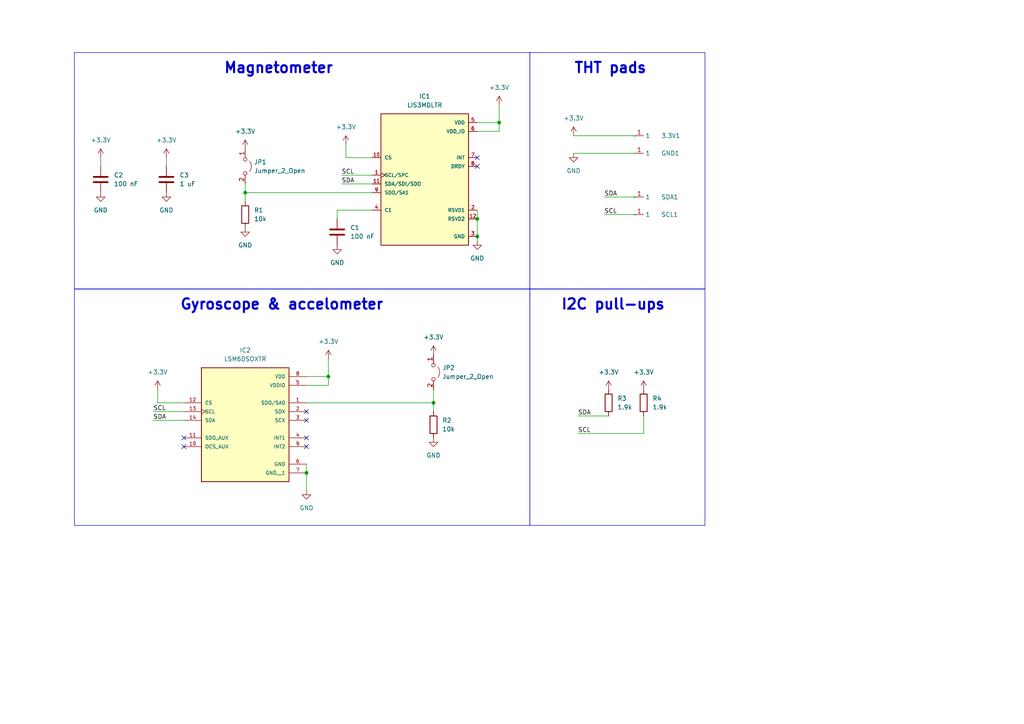
<source format=kicad_sch>
(kicad_sch (version 20230121) (generator eeschema)
  (paper "A4")
  (lib_symbols
    (symbol "Device:C" (pin_numbers hide) (pin_names (offset 0.254))
      (property "Reference" "C" (at 0.635 2.54 0))
      (property "Value" "C" (at 0.635 -2.54 0))
      (symbol "C_0_1"
        (polyline (pts (xy -2.032 -0.762) (xy 2.032 -0.762)) (stroke (width 0.508)))
        (polyline (pts (xy -2.032 0.762) (xy 2.032 0.762)) (stroke (width 0.508)))
      )
      (symbol "C_1_1"
        (pin passive line (at 0 3.81 270) (length 2.794) (name "~") (number "1"))
        (pin passive line (at 0 -3.81 90) (length 2.794) (name "~") (number "2"))
      )
    )
    (symbol "Device:R" (pin_numbers hide) (pin_names (offset 0))
      (property "Reference" "R" (at 2.032 0 90))
      (property "Value" "R" (at 0 0 90))
      (symbol "R_0_1"
        (rectangle (start -1.016 -2.54) (end 1.016 2.54) (stroke (width 0.254)))
      )
      (symbol "R_1_1"
        (pin passive line (at 0 3.81 270) (length 1.27) (name "~") (number "1"))
        (pin passive line (at 0 -3.81 90) (length 1.27) (name "~") (number "2"))
      )
    )
    (symbol "Jumper:Jumper_2_Open" (pin_names (offset 0) hide)
      (property "Reference" "JP" (at 0 2.794 0))
      (property "Value" "Jumper_2_Open" (at 0 -2.286 0))
      (symbol "Jumper_2_Open_0_0"
        (circle (center -2.032 0) (radius 0.508))
        (circle (center 2.032 0) (radius 0.508))
      )
      (symbol "Jumper_2_Open_0_1"
        (arc (start 1.524 1.27) (mid 0 1.778) (end -1.524 1.27))
      )
      (symbol "Jumper_2_Open_1_1"
        (pin passive line (at -5.08 0 0) (length 2.54) (name "A") (number "1"))
        (pin passive line (at 5.08 0 180) (length 2.54) (name "B") (number "2"))
      )
    )
    (symbol "MasterThesis_library:LIS3MDLTR" (pin_names (offset 1.016))
      (property "Reference" "IC" (at -12.7065 18.2947 0))
      (property "Value" "LIS3MDLTR" (at -12.7188 -22.8826 0))
      (symbol "LIS3MDLTR_0_0"
        (rectangle (start -12.7 -20.32) (end 12.7 17.78) (stroke (width 0.254)) (fill (type background)))
        (pin input clock (at -15.24 0 0) (length 2.54) (name "SCL/SPC") (number "1"))
        (pin input line (at -15.24 5.08 0) (length 2.54) (name "CS") (number "10"))
        (pin bidirectional line (at -15.24 -2.54 0) (length 2.54) (name "SDA/SDI/SDO") (number "11"))
        (pin passive line (at 15.24 -12.7 180) (length 2.54) (name "RSVD2") (number "12"))
        (pin passive line (at 15.24 -10.16 180) (length 2.54) (name "RSVD1") (number "2"))
        (pin power_in line (at 15.24 -17.78 180) (length 2.54) (name "GND") (number "3"))
        (pin passive line (at -15.24 -10.16 0) (length 2.54) (name "C1") (number "4"))
        (pin power_in line (at 15.24 15.24 180) (length 2.54) (name "VDD") (number "5"))
        (pin power_in line (at 15.24 12.7 180) (length 2.54) (name "VDD_IO") (number "6"))
        (pin output line (at 15.24 5.08 180) (length 2.54) (name "INT") (number "7"))
        (pin output line (at 15.24 2.54 180) (length 2.54) (name "DRDY") (number "8"))
        (pin bidirectional line (at -15.24 -5.08 0) (length 2.54) (name "SDO/SA1") (number "9"))
      )
    )
    (symbol "MasterThesis_library:LSM6DSOXTR" (pin_names (offset 1.016))
      (property "Reference" "IC" (at -12.7 16.002 0))
      (property "Value" "LSM6DSOXTR" (at -12.7 -20.32 0))
      (symbol "LSM6DSOXTR_0_0"
        (rectangle (start -12.7 -17.78) (end 12.7 15.24) (stroke (width 0.254)) (fill (type background)))
        (pin bidirectional line (at 17.78 5.08 180) (length 5.08) (name "SDO/SA0") (number "1"))
        (pin bidirectional line (at -17.78 -7.62 0) (length 5.08) (name "OCS_AUX") (number "10"))
        (pin bidirectional line (at -17.78 -5.08 0) (length 5.08) (name "SDO_AUX") (number "11"))
        (pin input line (at -17.78 5.08 0) (length 5.08) (name "CS") (number "12"))
        (pin input clock (at -17.78 2.54 0) (length 5.08) (name "SCL") (number "13"))
        (pin bidirectional line (at -17.78 0 0) (length 5.08) (name "SDA") (number "14"))
        (pin bidirectional line (at 17.78 2.54 180) (length 5.08) (name "SDX") (number "2"))
        (pin bidirectional line (at 17.78 0 180) (length 5.08) (name "SCX") (number "3"))
        (pin output line (at 17.78 -5.08 180) (length 5.08) (name "INT1") (number "4"))
        (pin power_in line (at 17.78 10.16 180) (length 5.08) (name "VDDIO") (number "5"))
        (pin power_in line (at 17.78 -12.7 180) (length 5.08) (name "GND") (number "6"))
        (pin power_in line (at 17.78 -15.24 180) (length 5.08) (name "GND__1") (number "7"))
        (pin power_in line (at 17.78 12.7 180) (length 5.08) (name "VDD") (number "8"))
        (pin output line (at 17.78 -7.62 180) (length 5.08) (name "INT2") (number "9"))
      )
    )
    (symbol "MasterThesis_library:THT"
      (property "Reference" "U" (at 0 3.81 0))
      (symbol "THT_1_1"
        (pin bidirectional line (at 0 0 0) (length 2.54) (name "1") (number "1"))
      )
    )
    (symbol "power:+3.3V" (power) (pin_names (offset 0))
      (property "Value" "+3.3V" (at 0 3.556 0))
      (symbol "+3.3V_0_1"
        (polyline (pts (xy -0.762 1.27) (xy 0 2.54)))
        (polyline (pts (xy 0 0) (xy 0 2.54)))
        (polyline (pts (xy 0 2.54) (xy 0.762 1.27)))
      )
      (symbol "+3.3V_1_1"
        (pin power_in line (at 0 0 90) (length 0) hide (name "+3.3V") (number "1"))
      )
    )
    (symbol "power:GND" (power) (pin_names (offset 0))
      (property "Value" "GND" (at 0 -3.81 0))
      (symbol "GND_0_1"
        (polyline (pts (xy 0 0) (xy 0 -1.27) (xy 1.27 -1.27) (xy 0 -2.54) (xy -1.27 -1.27) (xy 0 -1.27)))
      )
      (symbol "GND_1_1"
        (pin power_in line (at 0 0 270) (length 0) hide (name "GND") (number "1"))
      )
    )
  )
  (junction (at 95.25 109.22))
  (junction (at 138.43 68.58))
  (junction (at 71.12 55.88))
  (junction (at 88.9 137.16))
  (junction (at 125.73 116.84))
  (junction (at 138.43 63.5))
  (junction (at 144.78 35.56))
  (no_connect (at 88.9 119.38))
  (no_connect (at 88.9 129.54))
  (no_connect (at 138.43 48.26))
  (no_connect (at 88.9 121.92))
  (no_connect (at 53.34 127))
  (no_connect (at 138.43 45.72))
  (no_connect (at 88.9 127))
  (no_connect (at 53.34 129.54))
  (wire (pts (xy 186.69 125.73) (xy 186.69 120.65)))
  (wire (pts (xy 95.25 109.22) (xy 95.25 111.76)))
  (wire (pts (xy 95.25 109.22) (xy 88.9 109.22)))
  (wire (pts (xy 71.12 53.34) (xy 71.12 55.88)))
  (wire (pts (xy 144.78 35.56) (xy 138.43 35.56)))
  (wire (pts (xy 71.12 58.42) (xy 71.12 55.88)))
  (wire (pts (xy 29.21 48.26) (xy 29.21 45.72)))
  (wire (pts (xy 138.43 60.96) (xy 138.43 63.5)))
  (wire (pts (xy 144.78 35.56) (xy 144.78 38.1)))
  (wire (pts (xy 175.26 62.23) (xy 184.15 62.23)))
  (wire (pts (xy 125.73 113.03) (xy 125.73 116.84)))
  (wire (pts (xy 71.12 55.88) (xy 107.95 55.88)))
  (wire (pts (xy 100.33 45.72) (xy 107.95 45.72)))
  (wire (pts (xy 125.73 116.84) (xy 88.9 116.84)))
  (wire (pts (xy 44.45 119.38) (xy 53.34 119.38)))
  (wire (pts (xy 100.33 41.91) (xy 100.33 45.72)))
  (wire (pts (xy 88.9 134.62) (xy 88.9 137.16)))
  (wire (pts (xy 167.64 125.73) (xy 186.69 125.73)))
  (wire (pts (xy 138.43 69.85) (xy 138.43 68.58)))
  (wire (pts (xy 166.37 39.37) (xy 184.15 39.37)))
  (wire (pts (xy 99.06 53.34) (xy 107.95 53.34)))
  (wire (pts (xy 167.64 120.65) (xy 176.53 120.65)))
  (wire (pts (xy 48.26 48.26) (xy 48.26 45.72)))
  (wire (pts (xy 88.9 137.16) (xy 88.9 142.24)))
  (wire (pts (xy 95.25 104.14) (xy 95.25 109.22)))
  (wire (pts (xy 45.72 113.03) (xy 45.72 116.84)))
  (wire (pts (xy 138.43 38.1) (xy 144.78 38.1)))
  (wire (pts (xy 125.73 119.38) (xy 125.73 116.84)))
  (wire (pts (xy 44.45 121.92) (xy 53.34 121.92)))
  (wire (pts (xy 166.37 44.45) (xy 184.15 44.45)))
  (wire (pts (xy 144.78 30.48) (xy 144.78 35.56)))
  (wire (pts (xy 97.79 63.5) (xy 97.79 60.96)))
  (wire (pts (xy 138.43 63.5) (xy 138.43 68.58)))
  (wire (pts (xy 99.06 50.8) (xy 107.95 50.8)))
  (wire (pts (xy 175.26 57.15) (xy 184.15 57.15)))
  (wire (pts (xy 97.79 60.96) (xy 107.95 60.96)))
  (wire (pts (xy 88.9 111.76) (xy 95.25 111.76)))
  (wire (pts (xy 45.72 116.84) (xy 53.34 116.84)))
  (rectangle (start 153.67 83.82) (end 204.47 152.4))
  (rectangle (start 21.59 83.82) (end 153.67 152.4))
  (rectangle (start 153.67 15.24) (end 204.47 83.82))
  (rectangle (start 21.59 15.24) (end 153.67 83.82))
  (text "THT pads" (at 166.37 21.59 0) (effects (font (size 3 3) (thickness 0.6) bold) (justify left bottom)))
  (text "I2C pull-ups" (at 162.56 90.17 0) (effects (font (size 3 3) (thickness 0.6) bold) (justify left bottom)))
  (text "Gyroscope & accelometer" (at 52.07 90.17 0) (effects (font (size 3 3) (thickness 0.6) bold) (justify left bottom)))
  (text "Magnetometer" (at 64.77 21.59 0) (effects (font (size 3 3) (thickness 0.6) bold) (justify left bottom)))
  (label "SDA" (at 167.64 120.65 0))
  (label "SDA" (at 175.26 57.15 0))
  (label "SCL" (at 167.64 125.73 0))
  (label "SDA" (at 99.06 53.34 0))
  (label "SCL" (at 44.45 119.38 0))
  (label "SDA" (at 44.45 121.92 0))
  (label "SCL" (at 99.06 50.8 0))
  (label "SCL" (at 175.26 62.23 0))
  (symbol (lib_id "power:GND") (at 97.79 71.12 0) (unit 1)
    (property "Reference" "#PWR011" (effects hide))
    (property "Value" "GND" (at 97.79 76.2 0))
  )
  (symbol (lib_id "power:+3.3V") (at 71.12 43.18 0) (unit 1)
    (property "Reference" "#PWR04" (effects hide))
    (property "Value" "+3.3V" (at 71.12 38.1 0))
  )
  (symbol (lib_id "MasterThesis_library:THT") (at 184.15 44.45 0) (unit 1)
    (property "Reference" "GND1" (at 191.77 44.45 0) (effects (justify left)))
    (property "Value" "~" (at 184.15 44.45 0))
    (property "Footprint" "MasterThesis_library:THT_Small" (effects hide))
  )
  (symbol (lib_id "power:GND") (at 138.43 69.85 0) (unit 1)
    (property "Reference" "#PWR06" (effects hide))
    (property "Value" "GND" (at 138.43 74.93 0))
  )
  (symbol (lib_id "Jumper:Jumper_2_Open") (at 125.73 107.95 270) (unit 1)
    (property "Reference" "JP2" (at 128.27 106.68 90) (effects (justify left)))
    (property "Value" "Jumper_2_Open" (at 128.27 109.22 90) (effects (justify left)))
    (property "Footprint" "Jumper:SolderJumper-2_P1.3mm_Open_Pad1.0x1.5mm" (effects hide))
  )
  (symbol (lib_id "power:+3.3V") (at 125.73 102.87 0) (unit 1)
    (property "Reference" "#PWR07" (effects hide))
    (property "Value" "+3.3V" (at 125.73 97.79 0))
  )
  (symbol (lib_id "power:GND") (at 71.12 66.04 0) (unit 1)
    (property "Reference" "#PWR05" (effects hide))
    (property "Value" "GND" (at 71.12 71.12 0))
  )
  (symbol (lib_id "power:GND") (at 166.37 44.45 0) (unit 1)
    (property "Reference" "#PWR03" (effects hide))
    (property "Value" "GND" (at 166.37 49.53 0))
  )
  (symbol (lib_id "Device:C") (at 97.79 67.31 0) (unit 1)
    (property "Reference" "C1" (at 101.6 66.04 0) (effects (justify left)))
    (property "Value" "100 nF" (at 101.6 68.58 0) (effects (justify left)))
    (property "Footprint" "Capacitor_SMD:C_0402_1005Metric_Pad0.74x0.62mm_HandSolder" (effects hide))
    (property "LCSC" "C60474" (effects hide))
  )
  (symbol (lib_id "MasterThesis_library:THT") (at 184.15 57.15 0) (unit 1)
    (property "Reference" "SDA1" (at 191.77 57.15 0) (effects (justify left)))
    (property "Value" "~" (at 184.15 57.15 0))
    (property "Footprint" "MasterThesis_library:THT_Small" (effects hide))
  )
  (symbol (lib_id "power:+3.3V") (at 95.25 104.14 0) (unit 1)
    (property "Reference" "#PWR08" (effects hide))
    (property "Value" "+3.3V" (at 95.25 99.06 0))
  )
  (symbol (lib_id "MasterThesis_library:THT") (at 184.15 39.37 0) (unit 1)
    (property "Reference" "3.3V1" (at 191.77 39.37 0) (effects (justify left)))
    (property "Value" "~" (at 184.15 39.37 0))
    (property "Footprint" "MasterThesis_library:THT_Small" (effects hide))
  )
  (symbol (lib_id "power:+3.3V") (at 144.78 30.48 0) (unit 1)
    (property "Reference" "#PWR01" (effects hide))
    (property "Value" "+3.3V" (at 144.78 25.4 0))
  )
  (symbol (lib_id "power:GND") (at 88.9 142.24 0) (unit 1)
    (property "Reference" "#PWR010" (effects hide))
    (property "Value" "GND" (at 88.9 147.32 0))
  )
  (symbol (lib_id "power:+3.3V") (at 48.26 45.72 0) (unit 1)
    (property "Reference" "#PWR016" (effects hide))
    (property "Value" "+3.3V" (at 48.26 40.64 0))
  )
  (symbol (lib_id "power:GND") (at 48.26 55.88 0) (unit 1)
    (property "Reference" "#PWR017" (effects hide))
    (property "Value" "GND" (at 48.26 60.96 0))
  )
  (symbol (lib_id "power:+3.3V") (at 176.53 113.03 0) (unit 1)
    (property "Reference" "#PWR018" (effects hide))
    (property "Value" "+3.3V" (at 176.53 107.95 0))
  )
  (symbol (lib_id "Device:C") (at 48.26 52.07 0) (unit 1)
    (property "Reference" "C3" (at 52.07 50.8 0) (effects (justify left)))
    (property "Value" "1 uF" (at 52.07 53.34 0) (effects (justify left)))
    (property "Footprint" "Capacitor_SMD:C_0402_1005Metric_Pad0.74x0.62mm_HandSolder" (effects hide))
    (property "LCSC" "C15684" (effects hide))
  )
  (symbol (lib_id "power:+3.3V") (at 29.21 45.72 0) (unit 1)
    (property "Reference" "#PWR015" (effects hide))
    (property "Value" "+3.3V" (at 29.21 40.64 0))
  )
  (symbol (lib_id "power:+3.3V") (at 166.37 39.37 0) (unit 1)
    (property "Reference" "#PWR02" (effects hide))
    (property "Value" "+3.3V" (at 166.37 34.29 0))
  )
  (symbol (lib_id "Jumper:Jumper_2_Open") (at 71.12 48.26 270) (unit 1)
    (property "Reference" "JP1" (at 73.66 46.99 90) (effects (justify left)))
    (property "Value" "Jumper_2_Open" (at 73.66 49.53 90) (effects (justify left)))
    (property "Footprint" "Jumper:SolderJumper-2_P1.3mm_Open_Pad1.0x1.5mm" (effects hide))
  )
  (symbol (lib_id "Device:R") (at 186.69 116.84 0) (unit 1)
    (property "Reference" "R4" (at 189.23 115.57 0) (effects (justify left)))
    (property "Value" "1.9k" (at 189.23 118.11 0) (effects (justify left)))
    (property "Footprint" "Resistor_SMD:R_0402_1005Metric_Pad0.72x0.64mm_HandSolder" (effects hide))
    (property "LCSC" "C60490" (effects hide))
  )
  (symbol (lib_id "Device:C") (at 29.21 52.07 0) (unit 1)
    (property "Reference" "C2" (at 33.02 50.8 0) (effects (justify left)))
    (property "Value" "100 nF" (at 33.02 53.34 0) (effects (justify left)))
    (property "Footprint" "Capacitor_SMD:C_0402_1005Metric_Pad0.74x0.62mm_HandSolder" (effects hide))
    (property "LCSC" "C60474" (effects hide))
  )
  (symbol (lib_id "Device:R") (at 71.12 62.23 0) (unit 1)
    (property "Reference" "R1" (at 73.66 60.96 0) (effects (justify left)))
    (property "Value" "10k" (at 73.66 63.5 0) (effects (justify left)))
    (property "Footprint" "Resistor_SMD:R_0402_1005Metric_Pad0.72x0.64mm_HandSolder" (effects hide))
    (property "LCSC" "C60490" (effects hide))
  )
  (symbol (lib_id "MasterThesis_library:LSM6DSOXTR") (at 71.12 121.92 0) (unit 1)
    (property "Reference" "IC2" (at 71.12 101.6 0))
    (property "Value" "LSM6DSOXTR" (at 71.12 104.14 0))
    (property "Footprint" "MasterThesis_library:LSM6DSOXTR" (effects hide))
    (property "PARTREV" "3.0" (effects hide))
    (property "MANUFACTURER" "ST Microelectronics" (effects hide))
    (property "STANDARD" "IPC7351B" (effects hide))
    (property "LCSC" "C481766" (effects hide))
  )
  (symbol (lib_id "Device:R") (at 176.53 116.84 0) (unit 1)
    (property "Reference" "R3" (at 179.07 115.57 0) (effects (justify left)))
    (property "Value" "1.9k" (at 179.07 118.11 0) (effects (justify left)))
    (property "Footprint" "Resistor_SMD:R_0402_1005Metric_Pad0.72x0.64mm_HandSolder" (effects hide))
    (property "LCSC" "C60490" (effects hide))
  )
  (symbol (lib_id "MasterThesis_library:LIS3MDLTR") (at 123.19 50.8 0) (unit 1)
    (property "Reference" "IC1" (at 123.19 27.94 0))
    (property "Value" "LIS3MDLTR" (at 123.19 30.48 0))
    (property "Footprint" "MasterThesis_library:LIS3MDLTR" (effects hide))
    (property "MF" "STMicroelectronics" (effects hide))
    (property "DESCRIPTION" "LIS3MDL Series 3 Axis ±2/±8/±12/±16 g 3.6V High Performance Magnetometer LGA-12" (effects hide))
    (property "PACKAGE" "VFLGA-12 STMicroelectronics" (effects hide))
    (property "PRICE" "None" (effects hide))
    (property "STANDARD" "Manufacturer Recommendation" (effects hide))
    (property "PARTREV" "6" (effects hide))
    (property "MP" "LIS3MDLTR" (effects hide))
    (property "AVAILABILITY" "Unavailable" (effects hide))
    (property "MAXIMUM_PACKAGE_HEIGHT" "1mm" (effects hide))
    (property "LCSC" "C478483" (effects hide))
  )
  (symbol (lib_id "power:+3.3V") (at 186.69 113.03 0) (unit 1)
    (property "Reference" "#PWR019" (effects hide))
    (property "Value" "+3.3V" (at 186.69 107.95 0))
  )
  (symbol (lib_id "MasterThesis_library:THT") (at 184.15 62.23 0) (unit 1)
    (property "Reference" "SCL1" (at 191.77 62.23 0) (effects (justify left)))
    (property "Value" "~" (at 184.15 62.23 0))
    (property "Footprint" "MasterThesis_library:THT_Small" (effects hide))
  )
  (symbol (lib_id "power:+3.3V") (at 100.33 41.91 0) (unit 1)
    (property "Reference" "#PWR013" (effects hide))
    (property "Value" "+3.3V" (at 100.33 36.83 0))
  )
  (symbol (lib_id "power:+3.3V") (at 45.72 113.03 0) (unit 1)
    (property "Reference" "#PWR012" (effects hide))
    (property "Value" "+3.3V" (at 45.72 107.95 0))
  )
  (symbol (lib_id "power:GND") (at 29.21 55.88 0) (unit 1)
    (property "Reference" "#PWR014" (effects hide))
    (property "Value" "GND" (at 29.21 60.96 0))
  )
  (symbol (lib_id "Device:R") (at 125.73 123.19 0) (unit 1)
    (property "Reference" "R2" (at 128.27 121.92 0) (effects (justify left)))
    (property "Value" "10k" (at 128.27 124.46 0) (effects (justify left)))
    (property "Footprint" "Resistor_SMD:R_0402_1005Metric_Pad0.72x0.64mm_HandSolder" (effects hide))
    (property "LCSC" "C60490" (effects hide))
  )
  (symbol (lib_id "power:GND") (at 125.73 127 0) (unit 1)
    (property "Reference" "#PWR09" (effects hide))
    (property "Value" "GND" (at 125.73 132.08 0))
  )
)
</source>
